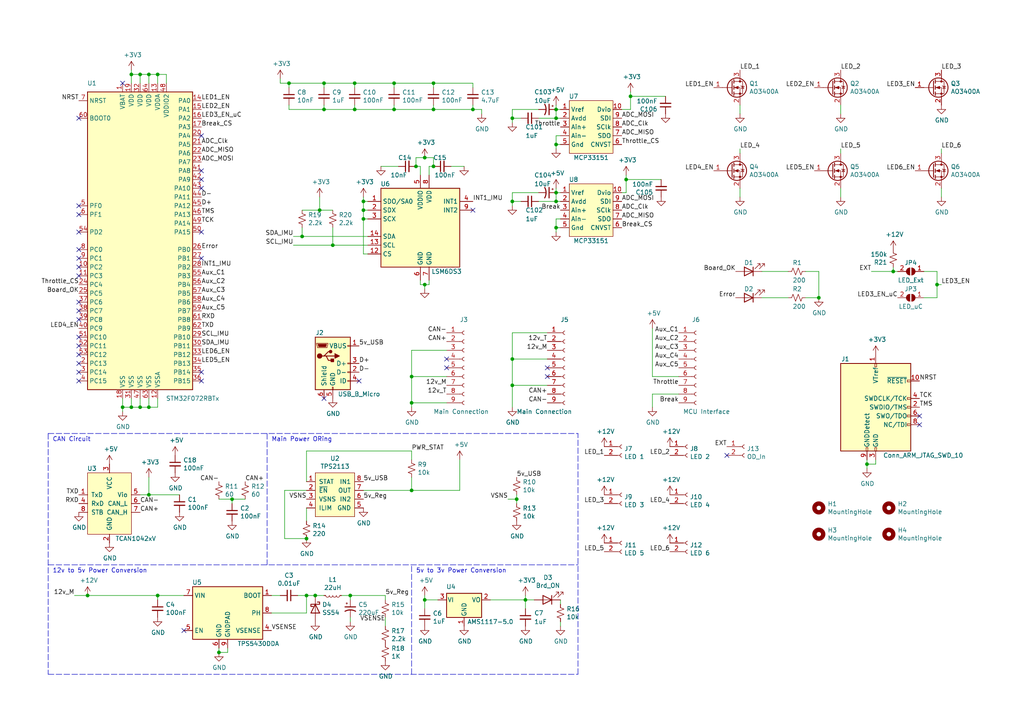
<source format=kicad_sch>
(kicad_sch (version 20211123) (generator eeschema)
  (paper "A4")
  (junction (at 148.59 34.29))
  (junction (at 45.72 21.59))
  (junction (at 43.18 143.51))
  (junction (at 114.3 24.13))
  (junction (at 123.19 173.99))
  (junction (at 102.87 24.13))
  (junction (at 123.19 82.55))
  (junction (at 125.73 31.75))
  (junction (at 91.44 172.72))
  (junction (at 40.64 118.11))
  (junction (at 96.52 71.12))
  (junction (at 161.29 34.29))
  (junction (at 114.3 31.75))
  (junction (at 161.29 41.91))
  (junction (at 182.88 27.94))
  (junction (at 25.4 172.72))
  (junction (at 38.1 118.11))
  (junction (at 45.72 172.72))
  (junction (at 123.19 45.72))
  (junction (at 92.71 60.96))
  (junction (at 83.82 24.13))
  (junction (at 88.9 172.72))
  (junction (at 63.5 189.23))
  (junction (at 88.9 156.21))
  (junction (at 137.16 31.75))
  (junction (at 125.73 24.13))
  (junction (at 93.98 31.75))
  (junction (at 259.08 78.74))
  (junction (at 148.59 104.14))
  (junction (at 120.65 48.26))
  (junction (at 35.56 118.11))
  (junction (at 271.78 82.55))
  (junction (at 43.18 118.11))
  (junction (at 43.18 21.59))
  (junction (at 101.6 172.72))
  (junction (at 67.31 144.78))
  (junction (at 38.1 21.59))
  (junction (at 125.73 48.26))
  (junction (at 148.59 58.42))
  (junction (at 152.4 173.99))
  (junction (at 105.41 60.96))
  (junction (at 161.29 66.04))
  (junction (at 119.38 109.22))
  (junction (at 148.59 111.76))
  (junction (at 119.38 116.84))
  (junction (at 161.29 55.88))
  (junction (at 93.98 24.13))
  (junction (at 237.49 86.36))
  (junction (at 87.63 68.58))
  (junction (at 105.41 63.5))
  (junction (at 161.29 31.75))
  (junction (at 105.41 58.42))
  (junction (at 161.29 58.42))
  (junction (at 181.61 52.07))
  (junction (at 251.46 134.62))
  (junction (at 149.86 144.78))
  (junction (at 102.87 31.75))
  (junction (at 119.38 142.24))
  (junction (at 40.64 21.59))
  (no_connect (at 22.86 87.63))
  (no_connect (at 22.86 105.41))
  (no_connect (at 22.86 97.79))
  (no_connect (at 104.14 110.49))
  (no_connect (at 58.42 74.93))
  (no_connect (at 22.86 34.29))
  (no_connect (at 35.56 24.13))
  (no_connect (at 58.42 52.07))
  (no_connect (at 158.75 109.22))
  (no_connect (at 129.54 104.14))
  (no_connect (at 22.86 110.49))
  (no_connect (at 266.7 120.65))
  (no_connect (at 58.42 67.31))
  (no_connect (at 22.86 77.47))
  (no_connect (at 22.86 90.17))
  (no_connect (at 58.42 110.49))
  (no_connect (at 93.98 115.57))
  (no_connect (at 129.54 106.68))
  (no_connect (at 158.75 106.68))
  (no_connect (at 58.42 49.53))
  (no_connect (at 22.86 100.33))
  (no_connect (at 22.86 92.71))
  (no_connect (at 22.86 67.31))
  (no_connect (at 22.86 72.39))
  (no_connect (at 53.34 182.88))
  (no_connect (at 266.7 123.19))
  (no_connect (at 22.86 62.23))
  (no_connect (at 58.42 107.95))
  (no_connect (at 22.86 59.69))
  (no_connect (at 58.42 39.37))
  (no_connect (at 22.86 102.87))
  (no_connect (at 22.86 107.95))
  (no_connect (at 22.86 80.01))
  (no_connect (at 22.86 74.93))
  (no_connect (at 137.16 60.96))
  (no_connect (at 58.42 54.61))
  (no_connect (at 210.82 132.08))
  (wire (pts (xy 106.68 73.66) (xy 105.41 73.66)))
  (wire (pts (xy 45.72 118.11) (xy 43.18 118.11)))
  (wire (pts (xy 161.29 55.88) (xy 161.29 58.42)))
  (wire (pts (xy 267.97 86.36) (xy 271.78 86.36)))
  (wire (pts (xy 152.4 173.99) (xy 152.4 176.53)))
  (wire (pts (xy 119.38 101.6) (xy 119.38 109.22)))
  (wire (pts (xy 228.6 86.36) (xy 220.98 86.36)))
  (wire (pts (xy 137.16 30.48) (xy 137.16 31.75)))
  (wire (pts (xy 96.52 71.12) (xy 106.68 71.12)))
  (wire (pts (xy 124.46 81.28) (xy 124.46 82.55)))
  (wire (pts (xy 82.55 156.21) (xy 88.9 156.21)))
  (wire (pts (xy 45.72 21.59) (xy 45.72 24.13)))
  (wire (pts (xy 161.29 54.61) (xy 161.29 55.88)))
  (wire (pts (xy 43.18 118.11) (xy 40.64 118.11)))
  (wire (pts (xy 114.3 31.75) (xy 102.87 31.75)))
  (wire (pts (xy 134.62 48.26) (xy 130.81 48.26)))
  (wire (pts (xy 273.05 44.45) (xy 273.05 43.18)))
  (wire (pts (xy 81.28 24.13) (xy 83.82 24.13)))
  (wire (pts (xy 78.74 172.72) (xy 81.28 172.72)))
  (wire (pts (xy 148.59 35.56) (xy 148.59 34.29)))
  (wire (pts (xy 88.9 130.81) (xy 119.38 130.81)))
  (wire (pts (xy 120.65 48.26) (xy 120.65 45.72)))
  (wire (pts (xy 83.82 24.13) (xy 93.98 24.13)))
  (wire (pts (xy 267.97 78.74) (xy 271.78 78.74)))
  (wire (pts (xy 43.18 115.57) (xy 43.18 118.11)))
  (wire (pts (xy 121.92 81.28) (xy 121.92 82.55)))
  (wire (pts (xy 259.08 77.47) (xy 259.08 78.74)))
  (wire (pts (xy 233.68 78.74) (xy 237.49 78.74)))
  (wire (pts (xy 181.61 50.8) (xy 181.61 52.07)))
  (wire (pts (xy 139.7 31.75) (xy 137.16 31.75)))
  (wire (pts (xy 21.59 172.72) (xy 25.4 172.72)))
  (wire (pts (xy 43.18 21.59) (xy 43.18 24.13)))
  (wire (pts (xy 119.38 109.22) (xy 119.38 116.84)))
  (wire (pts (xy 102.87 31.75) (xy 93.98 31.75)))
  (wire (pts (xy 111.76 173.99) (xy 111.76 172.72)))
  (wire (pts (xy 142.24 173.99) (xy 152.4 173.99)))
  (wire (pts (xy 88.9 172.72) (xy 86.36 172.72)))
  (wire (pts (xy 87.63 68.58) (xy 106.68 68.58)))
  (wire (pts (xy 106.68 60.96) (xy 105.41 60.96)))
  (wire (pts (xy 148.59 58.42) (xy 151.13 58.42)))
  (wire (pts (xy 121.92 48.26) (xy 120.65 48.26)))
  (wire (pts (xy 82.55 142.24) (xy 88.9 142.24)))
  (wire (pts (xy 125.73 30.48) (xy 125.73 31.75)))
  (wire (pts (xy 162.56 173.99) (xy 162.56 175.26)))
  (wire (pts (xy 63.5 144.78) (xy 67.31 144.78)))
  (wire (pts (xy 137.16 24.13) (xy 137.16 25.4)))
  (wire (pts (xy 220.98 78.74) (xy 228.6 78.74)))
  (wire (pts (xy 129.54 101.6) (xy 119.38 101.6)))
  (wire (pts (xy 233.68 86.36) (xy 237.49 86.36)))
  (wire (pts (xy 43.18 143.51) (xy 52.07 143.51)))
  (wire (pts (xy 180.34 31.75) (xy 182.88 31.75)))
  (wire (pts (xy 254 133.35) (xy 254 134.62)))
  (wire (pts (xy 40.64 143.51) (xy 43.18 143.51)))
  (wire (pts (xy 271.78 82.55) (xy 271.78 86.36)))
  (wire (pts (xy 87.63 66.04) (xy 87.63 68.58)))
  (wire (pts (xy 48.26 21.59) (xy 48.26 24.13)))
  (wire (pts (xy 137.16 31.75) (xy 125.73 31.75)))
  (wire (pts (xy 121.92 50.8) (xy 121.92 48.26)))
  (wire (pts (xy 119.38 138.43) (xy 119.38 142.24)))
  (wire (pts (xy 124.46 50.8) (xy 124.46 48.26)))
  (wire (pts (xy 161.29 31.75) (xy 161.29 34.29)))
  (wire (pts (xy 119.38 116.84) (xy 119.38 118.11)))
  (wire (pts (xy 67.31 144.78) (xy 67.31 146.05)))
  (wire (pts (xy 83.82 25.4) (xy 83.82 24.13)))
  (wire (pts (xy 85.09 71.12) (xy 96.52 71.12)))
  (wire (pts (xy 125.73 45.72) (xy 125.73 48.26)))
  (wire (pts (xy 148.59 104.14) (xy 148.59 111.76)))
  (wire (pts (xy 123.19 173.99) (xy 127 173.99)))
  (wire (pts (xy 125.73 24.13) (xy 137.16 24.13)))
  (wire (pts (xy 101.6 172.72) (xy 111.76 172.72)))
  (wire (pts (xy 66.04 189.23) (xy 63.5 189.23)))
  (polyline (pts (xy 13.97 163.83) (xy 167.64 163.83)))
  (polyline (pts (xy 13.97 195.58) (xy 167.64 195.58)))
  (wire (pts (xy 243.84 44.45) (xy 243.84 43.18)))
  (wire (pts (xy 105.41 57.15) (xy 105.41 58.42)))
  (wire (pts (xy 161.29 63.5) (xy 162.56 63.5)))
  (wire (pts (xy 148.59 59.69) (xy 148.59 58.42)))
  (wire (pts (xy 182.88 26.67) (xy 182.88 27.94)))
  (wire (pts (xy 181.61 52.07) (xy 181.61 55.88)))
  (wire (pts (xy 148.59 111.76) (xy 148.59 118.11)))
  (wire (pts (xy 38.1 24.13) (xy 38.1 21.59)))
  (wire (pts (xy 92.71 57.15) (xy 92.71 60.96)))
  (wire (pts (xy 158.75 96.52) (xy 148.59 96.52)))
  (wire (pts (xy 105.41 58.42) (xy 105.41 60.96)))
  (wire (pts (xy 38.1 118.11) (xy 35.56 118.11)))
  (wire (pts (xy 259.08 78.74) (xy 260.35 78.74)))
  (wire (pts (xy 43.18 21.59) (xy 45.72 21.59)))
  (wire (pts (xy 93.98 30.48) (xy 93.98 31.75)))
  (wire (pts (xy 119.38 116.84) (xy 129.54 116.84)))
  (wire (pts (xy 243.84 30.48) (xy 243.84 33.02)))
  (wire (pts (xy 43.18 138.43) (xy 43.18 143.51)))
  (wire (pts (xy 156.21 31.75) (xy 148.59 31.75)))
  (wire (pts (xy 82.55 142.24) (xy 82.55 156.21)))
  (wire (pts (xy 181.61 55.88) (xy 180.34 55.88)))
  (wire (pts (xy 149.86 144.78) (xy 147.32 144.78)))
  (wire (pts (xy 149.86 144.78) (xy 149.86 146.05)))
  (wire (pts (xy 66.04 187.96) (xy 66.04 189.23)))
  (wire (pts (xy 156.21 34.29) (xy 161.29 34.29)))
  (wire (pts (xy 161.29 66.04) (xy 161.29 63.5)))
  (wire (pts (xy 88.9 177.8) (xy 88.9 172.72)))
  (wire (pts (xy 25.4 172.72) (xy 45.72 172.72)))
  (wire (pts (xy 237.49 78.74) (xy 237.49 86.36)))
  (wire (pts (xy 93.98 25.4) (xy 93.98 24.13)))
  (wire (pts (xy 67.31 144.78) (xy 71.12 144.78)))
  (wire (pts (xy 45.72 172.72) (xy 45.72 173.99)))
  (wire (pts (xy 214.63 33.02) (xy 214.63 30.48)))
  (wire (pts (xy 63.5 189.23) (xy 63.5 187.96)))
  (wire (pts (xy 273.05 54.61) (xy 273.05 57.15)))
  (wire (pts (xy 148.59 34.29) (xy 151.13 34.29)))
  (wire (pts (xy 271.78 78.74) (xy 271.78 82.55)))
  (wire (pts (xy 85.09 68.58) (xy 87.63 68.58)))
  (wire (pts (xy 40.64 118.11) (xy 38.1 118.11)))
  (wire (pts (xy 45.72 21.59) (xy 48.26 21.59)))
  (wire (pts (xy 40.64 115.57) (xy 40.64 118.11)))
  (wire (pts (xy 254 134.62) (xy 251.46 134.62)))
  (wire (pts (xy 114.3 25.4) (xy 114.3 24.13)))
  (wire (pts (xy 189.23 118.11) (xy 189.23 114.3)))
  (wire (pts (xy 102.87 25.4) (xy 102.87 24.13)))
  (polyline (pts (xy 119.38 195.58) (xy 119.38 163.83)))
  (wire (pts (xy 123.19 45.72) (xy 125.73 45.72)))
  (wire (pts (xy 102.87 24.13) (xy 114.3 24.13)))
  (wire (pts (xy 101.6 173.99) (xy 101.6 172.72)))
  (wire (pts (xy 93.98 24.13) (xy 102.87 24.13)))
  (wire (pts (xy 161.29 66.04) (xy 162.56 66.04)))
  (polyline (pts (xy 13.97 125.73) (xy 167.64 125.73)))
  (wire (pts (xy 35.56 119.38) (xy 35.56 118.11)))
  (wire (pts (xy 123.19 172.72) (xy 123.19 173.99)))
  (wire (pts (xy 161.29 41.91) (xy 161.29 39.37)))
  (wire (pts (xy 124.46 82.55) (xy 123.19 82.55)))
  (wire (pts (xy 88.9 172.72) (xy 91.44 172.72)))
  (wire (pts (xy 40.64 21.59) (xy 43.18 21.59)))
  (wire (pts (xy 158.75 111.76) (xy 148.59 111.76)))
  (wire (pts (xy 105.41 63.5) (xy 105.41 73.66)))
  (wire (pts (xy 251.46 133.35) (xy 251.46 134.62)))
  (wire (pts (xy 110.49 48.26) (xy 115.57 48.26)))
  (wire (pts (xy 83.82 31.75) (xy 83.82 30.48)))
  (wire (pts (xy 78.74 177.8) (xy 88.9 177.8)))
  (wire (pts (xy 119.38 142.24) (xy 133.35 142.24)))
  (wire (pts (xy 53.34 172.72) (xy 45.72 172.72)))
  (wire (pts (xy 214.63 54.61) (xy 214.63 57.15)))
  (wire (pts (xy 92.71 60.96) (xy 96.52 60.96)))
  (wire (pts (xy 156.21 58.42) (xy 161.29 58.42)))
  (wire (pts (xy 93.98 31.75) (xy 83.82 31.75)))
  (wire (pts (xy 105.41 58.42) (xy 106.68 58.42)))
  (wire (pts (xy 124.46 48.26) (xy 125.73 48.26)))
  (wire (pts (xy 161.29 55.88) (xy 162.56 55.88)))
  (wire (pts (xy 40.64 21.59) (xy 40.64 24.13)))
  (wire (pts (xy 161.29 39.37) (xy 162.56 39.37)))
  (wire (pts (xy 182.88 27.94) (xy 182.88 31.75)))
  (wire (pts (xy 123.19 82.55) (xy 123.19 83.82)))
  (wire (pts (xy 148.59 96.52) (xy 148.59 104.14)))
  (wire (pts (xy 161.29 30.48) (xy 161.29 31.75)))
  (wire (pts (xy 154.94 173.99) (xy 152.4 173.99)))
  (polyline (pts (xy 167.64 195.58) (xy 167.64 125.73)))
  (wire (pts (xy 189.23 95.25) (xy 189.23 109.22)))
  (wire (pts (xy 102.87 30.48) (xy 102.87 31.75)))
  (wire (pts (xy 105.41 63.5) (xy 105.41 60.96)))
  (wire (pts (xy 106.68 63.5) (xy 105.41 63.5)))
  (wire (pts (xy 88.9 139.7) (xy 88.9 130.81)))
  (wire (pts (xy 181.61 52.07) (xy 191.77 52.07)))
  (wire (pts (xy 125.73 31.75) (xy 114.3 31.75)))
  (wire (pts (xy 119.38 130.81) (xy 119.38 133.35)))
  (wire (pts (xy 101.6 180.34) (xy 101.6 179.07)))
  (wire (pts (xy 149.86 143.51) (xy 149.86 144.78)))
  (wire (pts (xy 161.29 41.91) (xy 162.56 41.91)))
  (wire (pts (xy 105.41 142.24) (xy 119.38 142.24)))
  (wire (pts (xy 156.21 55.88) (xy 148.59 55.88)))
  (wire (pts (xy 182.88 27.94) (xy 193.04 27.94)))
  (wire (pts (xy 96.52 66.04) (xy 96.52 71.12)))
  (wire (pts (xy 189.23 109.22) (xy 196.85 109.22)))
  (wire (pts (xy 152.4 172.72) (xy 152.4 173.99)))
  (wire (pts (xy 35.56 118.11) (xy 35.56 115.57)))
  (wire (pts (xy 139.7 31.75) (xy 139.7 33.02)))
  (wire (pts (xy 38.1 21.59) (xy 40.64 21.59)))
  (polyline (pts (xy 77.47 125.73) (xy 77.47 163.83)))
  (wire (pts (xy 162.56 180.34) (xy 162.56 181.61)))
  (wire (pts (xy 243.84 54.61) (xy 243.84 57.15)))
  (wire (pts (xy 81.28 22.86) (xy 81.28 24.13)))
  (wire (pts (xy 161.29 43.18) (xy 161.29 41.91)))
  (wire (pts (xy 123.19 173.99) (xy 123.19 176.53)))
  (wire (pts (xy 161.29 67.31) (xy 161.29 66.04)))
  (wire (pts (xy 148.59 55.88) (xy 148.59 58.42)))
  (wire (pts (xy 114.3 24.13) (xy 125.73 24.13)))
  (wire (pts (xy 38.1 21.59) (xy 38.1 20.32)))
  (wire (pts (xy 125.73 25.4) (xy 125.73 24.13)))
  (wire (pts (xy 271.78 82.55) (xy 273.05 82.55)))
  (wire (pts (xy 189.23 114.3) (xy 196.85 114.3)))
  (wire (pts (xy 133.35 133.35) (xy 133.35 142.24)))
  (wire (pts (xy 38.1 115.57) (xy 38.1 118.11)))
  (wire (pts (xy 129.54 109.22) (xy 119.38 109.22)))
  (wire (pts (xy 121.92 82.55) (xy 123.19 82.55)))
  (wire (pts (xy 161.29 58.42) (xy 162.56 58.42)))
  (wire (pts (xy 252.73 78.74) (xy 259.08 78.74)))
  (wire (pts (xy 99.06 172.72) (xy 101.6 172.72)))
  (wire (pts (xy 161.29 34.29) (xy 162.56 34.29)))
  (wire (pts (xy 88.9 151.13) (xy 88.9 147.32)))
  (wire (pts (xy 87.63 60.96) (xy 92.71 60.96)))
  (polyline (pts (xy 13.97 125.73) (xy 13.97 195.58)))
  (wire (pts (xy 161.29 31.75) (xy 162.56 31.75)))
  (wire (pts (xy 45.72 115.57) (xy 45.72 118.11)))
  (wire (pts (xy 158.75 104.14) (xy 148.59 104.14)))
  (wire (pts (xy 111.76 179.07) (xy 111.76 181.61)))
  (wire (pts (xy 214.63 44.45) (xy 214.63 43.18)))
  (wire (pts (xy 148.59 31.75) (xy 148.59 34.29)))
  (wire (pts (xy 91.44 172.72) (xy 93.98 172.72)))
  (wire (pts (xy 251.46 134.62) (xy 251.46 135.89)))
  (wire (pts (xy 120.65 45.72) (xy 123.19 45.72)))
  (wire (pts (xy 114.3 30.48) (xy 114.3 31.75)))
  (text "5v to 3v Power Conversion" (at 120.65 166.37 0) (effects (font (size 1.27 1.27)) (justify left bottom)))
  (text "12v to 5v Power Conversion" (at 15.24 166.37 0) (effects (font (size 1.27 1.27)) (justify left bottom)))
  (text "CAN Circuit" (at 15.24 128.27 0) (effects (font (size 1.27 1.27)) (justify left bottom)))
  (text "Main Power ORing" (at 78.74 128.27 0) (effects (font (size 1.27 1.27)) (justify left bottom)))
  (label "LED1_EN" (at 207.01 25.4 180))
  (label "ADC_MOSI" (at 180.34 34.29 0))
  (label "12v_M" (at 158.75 101.6 180))
  (label "5v_Reg" (at 105.41 144.78 0))
  (label "LED5_EN" (at 236.22 49.53 180))
  (label "RXD" (at 58.42 92.71 0))
  (label "Break_CS" (at 180.34 66.04 0))
  (label "LED3_EN" (at 265.43 25.4 180))
  (label "D-" (at 58.42 57.15 0))
  (label "RXD" (at 22.86 146.05 180))
  (label "LED2_EN" (at 236.22 25.4 180))
  (label "LED_4" (at 214.63 43.18 0))
  (label "LED_1" (at 175.26 132.08 180))
  (label "LED_5" (at 243.84 43.18 0))
  (label "Error" (at 58.42 72.39 0))
  (label "Aux_C5" (at 58.42 90.17 0))
  (label "Board_OK" (at 213.36 78.74 180))
  (label "LED6_EN" (at 265.43 49.53 180))
  (label "SCL_IMU" (at 85.09 71.12 180))
  (label "ADC_Clk" (at 180.34 60.96 0))
  (label "CAN-" (at 129.54 96.52 180))
  (label "5v_USB" (at 105.41 139.7 0))
  (label "5v_USB" (at 104.14 100.33 0))
  (label "ADC_MOSI" (at 58.42 46.99 0))
  (label "Error" (at 213.36 86.36 180))
  (label "Throttle" (at 196.85 111.76 180))
  (label "LED1_EN" (at 58.42 29.21 0))
  (label "SDA_IMU" (at 85.09 68.58 180))
  (label "D+" (at 104.14 105.41 0))
  (label "TCK" (at 266.7 115.57 0))
  (label "NRST" (at 22.86 29.21 180))
  (label "LED3_EN" (at 273.05 82.55 0))
  (label "CAN+" (at 40.64 148.59 0))
  (label "CAN-" (at 158.75 116.84 180))
  (label "D+" (at 58.42 59.69 0))
  (label "LED4_EN" (at 22.86 95.25 180))
  (label "Throttle_CS" (at 22.86 82.55 180))
  (label "ADC_MISO" (at 180.34 39.37 0))
  (label "Break" (at 196.85 116.84 180))
  (label "5v_Reg" (at 111.76 172.72 0))
  (label "5v_USB" (at 149.86 138.43 0))
  (label "Throttle" (at 162.56 36.83 180))
  (label "Break_CS" (at 58.42 36.83 0))
  (label "Board_OK" (at 22.86 85.09 180))
  (label "12v_T" (at 158.75 99.06 180))
  (label "Throttle_CS" (at 180.34 41.91 0))
  (label "LED2_EN" (at 58.42 31.75 0))
  (label "12v_M" (at 129.54 111.76 180))
  (label "TCK" (at 58.42 64.77 0))
  (label "NRST" (at 266.7 110.49 0))
  (label "LED6_EN" (at 58.42 102.87 0))
  (label "EXT" (at 252.73 78.74 180))
  (label "CAN-" (at 63.5 139.7 180))
  (label "VSNS" (at 88.9 144.78 180))
  (label "Aux_C3" (at 58.42 85.09 0))
  (label "CAN-" (at 40.64 146.05 0))
  (label "LED3_EN_uC" (at 260.35 86.36 180))
  (label "LED_2" (at 194.31 132.08 180))
  (label "12v_M" (at 21.59 172.72 180))
  (label "D-" (at 104.14 107.95 0))
  (label "ADC_MISO" (at 58.42 44.45 0))
  (label "INT1_IMU" (at 137.16 58.42 0))
  (label "ADC_Clk" (at 58.42 41.91 0))
  (label "Aux_C2" (at 196.85 99.06 180))
  (label "LED_4" (at 194.31 146.05 180))
  (label "TMS" (at 266.7 118.11 0))
  (label "Aux_C5" (at 196.85 106.68 180))
  (label "ADC_MISO" (at 180.34 63.5 0))
  (label "LED4_EN" (at 207.01 49.53 180))
  (label "SCL_IMU" (at 58.42 97.79 0))
  (label "Aux_C1" (at 58.42 80.01 0))
  (label "LED_3" (at 175.26 146.05 180))
  (label "LED5_EN" (at 58.42 105.41 0))
  (label "LED3_EN_uC" (at 58.42 34.29 0))
  (label "CAN+" (at 158.75 114.3 180))
  (label "LED_1" (at 214.63 20.32 0))
  (label "TXD" (at 58.42 95.25 0))
  (label "CAN+" (at 129.54 99.06 180))
  (label "EXT" (at 210.82 129.54 180))
  (label "ADC_MOSI" (at 180.34 58.42 0))
  (label "LED_6" (at 273.05 43.18 0))
  (label "VSENSE" (at 111.76 180.34 180))
  (label "SDA_IMU" (at 58.42 100.33 0))
  (label "Aux_C4" (at 58.42 87.63 0))
  (label "PWR_STAT" (at 119.38 130.81 0))
  (label "ADC_Clk" (at 180.34 36.83 0))
  (label "Aux_C2" (at 58.42 82.55 0))
  (label "Aux_C3" (at 196.85 101.6 180))
  (label "INT1_IMU" (at 58.42 77.47 0))
  (label "CAN+" (at 71.12 139.7 0))
  (label "12v_T" (at 129.54 114.3 180))
  (label "VSNS" (at 147.32 144.78 180))
  (label "LED_6" (at 194.31 160.02 180))
  (label "Aux_C1" (at 196.85 96.52 180))
  (label "Aux_C4" (at 196.85 104.14 180))
  (label "TXD" (at 22.86 143.51 180))
  (label "LED_3" (at 273.05 20.32 0))
  (label "VSENSE" (at 78.74 182.88 0))
  (label "LED_5" (at 175.26 160.02 180))
  (label "LED_2" (at 243.84 20.32 0))
  (label "Break" (at 162.56 60.96 180))
  (label "TMS" (at 58.42 62.23 0))
  (symbol (lib_id "MCU_ST_STM32F0:STM32F072RBTx") (at 40.64 69.85 0) (unit 1)
    (property "Reference" "U1" (at 26.67 24.13 0))
    (property "Value" "STM32F072RBTx" (at 55.88 115.57 0))
    (property "Footprint" "Package_QFP:LQFP-64_10x10mm_P0.5mm" (effects hide))
    (property "Datasheet" "http://www.st.com/st-web-ui/static/active/en/resource/technical/document/datasheet/DM00090510.pdf" (effects hide))
  )
  (symbol (lib_id "Device:LED") (at 217.17 78.74 180) (unit 1)
    (property "Reference" "D1" (at 217.17 76.2 0))
    (property "Value" "Board OK" (effects hide))
    (property "Footprint" "LED_SMD:LED_0805_2012Metric" (effects hide))
    (property "LCSC Part" "C2297" (effects hide))
  )
  (symbol (lib_id "Device:LED") (at 217.17 86.36 180) (unit 1)
    (property "Reference" "D2" (at 217.17 83.82 0))
    (property "Value" "Error" (effects hide))
    (property "Footprint" "LED_SMD:LED_0603_1608Metric" (effects hide))
    (property "LCSC Part" "C2286" (effects hide))
  )
  (symbol (lib_id "power:GND") (at 35.56 119.38 0) (unit 1)
    (property "Reference" "#PWR06" (effects hide))
    (property "Value" "GND" (at 35.687 123.7742 0))
  )
  (symbol (lib_id "power:+3.3V") (at 38.1 20.32 0) (unit 1)
    (property "Reference" "#PWR01" (effects hide))
    (property "Value" "+3.3V" (at 38.481 15.9258 0))
  )
  (symbol (lib_id "Connector:Conn_ARM_JTAG_SWD_10") (at 254 118.11 0) (unit 1)
    (property "Reference" "J1" (at 246.38 104.14 0) (effects (justify right)))
    (property "Value" "Conn_ARM_JTAG_SWD_10" (at 279.4 132.08 0) (effects (justify right)))
    (property "Footprint" "Connector_PinHeader_1.27mm:PinHeader_2x05_P1.27mm_Vertical_SMD" (effects hide))
    (property "Datasheet" "http://infocenter.arm.com/help/topic/com.arm.doc.ddi0314h/DDI0314H_coresight_components_trm.pdf" (effects hide))
  )
  (symbol (lib_id "power:+3.3V") (at 254 102.87 0) (unit 1)
    (property "Reference" "#PWR02" (effects hide))
    (property "Value" "+3.3V" (at 254.381 98.4758 0))
  )
  (symbol (lib_id "power:GND") (at 251.46 135.89 0) (unit 1)
    (property "Reference" "#PWR04" (effects hide))
    (property "Value" "GND" (at 251.587 140.2842 0))
  )
  (symbol (lib_id "power:GND") (at 22.86 148.59 0) (unit 1)
    (property "Reference" "#PWR018" (effects hide))
    (property "Value" "GND" (at 22.987 152.9842 0))
  )
  (symbol (lib_id "power:+3.3V") (at 43.18 138.43 0) (unit 1)
    (property "Reference" "#PWR014" (effects hide))
    (property "Value" "+3.3V" (at 43.561 134.0358 0))
  )
  (symbol (lib_id "Device:C_Small") (at 52.07 146.05 0) (unit 1)
    (property "Reference" "C1" (at 54.4068 144.8816 0) (effects (justify left)))
    (property "Value" "100nF" (at 54.4068 147.193 0) (effects (justify left)))
    (property "Footprint" "Capacitor_SMD:C_0402_1005Metric" (effects hide))
    (property "LCSC Part" "C307331" (effects hide))
  )
  (symbol (lib_id "power:GND") (at 52.07 148.59 0) (unit 1)
    (property "Reference" "#PWR019" (effects hide))
    (property "Value" "GND" (at 52.197 152.9842 0))
  )
  (symbol (lib_id "Device:C_Small") (at 67.31 148.59 0) (unit 1)
    (property "Reference" "C2" (at 69.6468 147.4216 0) (effects (justify left)))
    (property "Value" "100nF" (at 69.6468 149.733 0) (effects (justify left)))
    (property "Footprint" "Capacitor_SMD:C_0402_1005Metric" (effects hide))
    (property "LCSC Part" "C307331" (effects hide))
  )
  (symbol (lib_id "Device:R_Small_US") (at 71.12 142.24 0) (unit 1)
    (property "Reference" "R12" (at 72.8472 141.0716 0) (effects (justify left)))
    (property "Value" "60" (at 72.8472 143.383 0) (effects (justify left)))
    (property "Footprint" "Resistor_SMD:R_0603_1608Metric" (effects hide))
  )
  (symbol (lib_id "Device:R_Small_US") (at 63.5 142.24 0) (unit 1)
    (property "Reference" "R11" (at 65.2272 141.0716 0) (effects (justify left)))
    (property "Value" "60" (at 65.2272 143.383 0) (effects (justify left)))
    (property "Footprint" "Resistor_SMD:R_0603_1608Metric" (effects hide))
  )
  (symbol (lib_id "power:GND") (at 67.31 151.13 0) (unit 1)
    (property "Reference" "#PWR020" (effects hide))
    (property "Value" "GND" (at 67.437 155.5242 0))
  )
  (symbol (lib_id "power:GND") (at 31.75 157.48 0) (unit 1)
    (property "Reference" "#PWR025" (effects hide))
    (property "Value" "GND" (at 31.877 161.8742 0))
  )
  (symbol (lib_id "Regulator_Switching:TPS5430DDA") (at 66.04 177.8 0) (unit 1)
    (property "Reference" "U5" (at 57.15 168.91 0))
    (property "Value" "TPS5430DDA" (at 74.93 186.69 0))
    (property "Footprint" "Package_SO:TI_SO-PowerPAD-8_ThermalVias" (effects hide))
    (property "Datasheet" "http://www.ti.com/lit/ds/symlink/tps5430.pdf" (effects hide))
    (property "LCSC Part" "C9864" (effects hide))
  )
  (symbol (lib_id "Connector:Conn_01x09_Female") (at 134.62 106.68 0) (unit 1)
    (property "Reference" "J3" (at 133.35 92.71 0) (effects (justify left)))
    (property "Value" "Main Connection" (at 125.73 119.38 0) (effects (justify left)))
    (property "Footprint" "Connector_Molex:Molex_Micro-Fit_3.0_43650-0900_1x09_P3.00mm_Horizontal" (effects hide))
  )
  (symbol (lib_id "power:GND") (at 119.38 118.11 0) (unit 1)
    (property "Reference" "#PWR022" (effects hide))
    (property "Value" "GND" (at 119.507 122.5042 0))
  )
  (symbol (lib_id "Device:C_Small") (at 83.82 172.72 270) (unit 1)
    (property "Reference" "C3" (at 83.82 166.9034 90))
    (property "Value" "0.01uF" (at 83.82 169.2148 90))
    (property "Footprint" "Capacitor_SMD:C_0402_1005Metric" (effects hide))
    (property "LCSC Part" "C15195" (effects hide))
  )
  (symbol (lib_id "JohnLib:TPS2113") (at 95.25 137.16 0) (unit 1)
    (property "Reference" "U2" (at 97.155 132.969 0))
    (property "Value" "TPS2113" (at 97.155 135.2804 0))
    (property "Footprint" "Package_SO:TSSOP-8_4.4x3mm_P0.65mm" (effects hide))
    (property "Datasheet" "https://datasheet.lcsc.com/lcsc/1804162222_Texas-Instruments-TPS2113APWR_C130052.pdf" (effects hide))
  )
  (symbol (lib_id "Connector:USB_B_Micro") (at 96.52 105.41 0) (unit 1)
    (property "Reference" "J2" (at 92.71 96.52 0))
    (property "Value" "USB_B_Micro" (at 104.14 114.3 0))
    (property "Footprint" "Connector_USB:USB_Micro-B_Molex_47346-0001" (effects hide))
  )
  (symbol (lib_id "Diode:B340") (at 91.44 176.53 270) (unit 1)
    (property "Reference" "D4" (at 93.4466 175.3616 90) (effects (justify left)))
    (property "Value" "SS54" (at 93.4466 177.673 90) (effects (justify left)))
    (property "Footprint" "Diode_SMD:D_SMA" (effects hide))
    (property "Datasheet" "http://www.jameco.com/Jameco/Products/ProdDS/1538777.pdf" (effects hide))
    (property "LCSC Part" "C22452" (effects hide))
  )
  (symbol (lib_id "power:GND") (at 91.44 180.34 0) (unit 1)
    (property "Reference" "#PWR029" (effects hide))
    (property "Value" "GND" (at 91.567 184.7342 0))
  )
  (symbol (lib_id "power:GND") (at 105.41 147.32 0) (unit 1)
    (property "Reference" "#PWR015" (effects hide))
    (property "Value" "GND" (at 105.537 151.7142 0))
  )
  (symbol (lib_id "Device:L_Small") (at 96.52 172.72 270) (unit 1)
    (property "Reference" "L1" (at 96.52 168.1226 90))
    (property "Value" "22uH" (at 96.52 170.434 90))
    (property "Footprint" "JohnLib:L_Panasonic_YFP" (effects hide))
    (property "LCSC Part" "C38117" (effects hide))
  )
  (symbol (lib_id "power:+5V") (at 123.19 172.72 0) (unit 1)
    (property "Reference" "#PWR026" (effects hide))
    (property "Value" "+5V" (at 123.571 168.3258 0))
  )
  (symbol (lib_id "Device:C_Polarized_Small_US") (at 101.6 176.53 0) (unit 1)
    (property "Reference" "C5" (at 103.9114 175.3616 0) (effects (justify left)))
    (property "Value" "220uF" (at 103.9114 177.673 0) (effects (justify left)))
    (property "Footprint" "Capacitor_SMD:CP_Elec_8x5.4" (effects hide))
    (property "LCSC Part" "C3345" (effects hide))
  )
  (symbol (lib_id "power:GND") (at 96.52 115.57 0) (unit 1)
    (property "Reference" "#PWR05" (effects hide))
    (property "Value" "GND" (at 96.647 119.9642 0))
  )
  (symbol (lib_id "Device:R_Small_US") (at 88.9 153.67 0) (unit 1)
    (property "Reference" "R14" (at 90.6272 152.5016 0) (effects (justify left)))
    (property "Value" "220" (at 90.6272 154.813 0) (effects (justify left)))
    (property "Footprint" "Resistor_SMD:R_0603_1608Metric" (effects hide))
    (property "LCSC Part" "C22962" (effects hide))
  )
  (symbol (lib_id "power:GND") (at 101.6 180.34 0) (unit 1)
    (property "Reference" "#PWR030" (effects hide))
    (property "Value" "GND" (at 101.727 184.7342 0))
  )
  (symbol (lib_id "Device:R_Small_US") (at 111.76 176.53 0) (unit 1)
    (property "Reference" "R15" (at 113.4872 175.3616 0) (effects (justify left)))
    (property "Value" "10k" (at 113.4872 177.673 0) (effects (justify left)))
    (property "Footprint" "Resistor_SMD:R_0603_1608Metric" (effects hide))
    (property "LCSC Part" "C25804" (effects hide))
  )
  (symbol (lib_id "Device:R_Small_US") (at 111.76 184.15 0) (unit 1)
    (property "Reference" "R17" (at 113.4872 182.9816 0) (effects (justify left)))
    (property "Value" "2.2k" (at 113.4872 185.293 0) (effects (justify left)))
    (property "Footprint" "Resistor_SMD:R_0603_1608Metric" (effects hide))
    (property "LCSC Part" "C4190" (effects hide))
  )
  (symbol (lib_id "power:GND") (at 88.9 156.21 0) (unit 1)
    (property "Reference" "#PWR023" (effects hide))
    (property "Value" "GND" (at 89.027 160.6042 0))
  )
  (symbol (lib_id "power:GND") (at 63.5 189.23 0) (unit 1)
    (property "Reference" "#PWR036" (effects hide))
    (property "Value" "GND" (at 63.627 193.6242 0))
  )
  (symbol (lib_id "Device:R_Small_US") (at 119.38 135.89 0) (unit 1)
    (property "Reference" "R9" (at 121.1072 134.7216 0) (effects (justify left)))
    (property "Value" "10k" (at 121.1072 137.033 0) (effects (justify left)))
    (property "Footprint" "Resistor_SMD:R_0603_1608Metric" (effects hide))
    (property "LCSC Part" "C25804" (effects hide))
  )
  (symbol (lib_id "Device:C_Small") (at 45.72 176.53 0) (unit 1)
    (property "Reference" "C4" (at 48.0568 175.3616 0) (effects (justify left)))
    (property "Value" "100nF" (at 48.0568 177.673 0) (effects (justify left)))
    (property "Footprint" "Capacitor_SMD:C_0402_1005Metric" (effects hide))
    (property "LCSC Part" "C307331" (effects hide))
  )
  (symbol (lib_id "Device:R_Small_US") (at 149.86 140.97 0) (unit 1)
    (property "Reference" "R10" (at 151.5872 139.8016 0) (effects (justify left)))
    (property "Value" "10k" (at 151.5872 142.113 0) (effects (justify left)))
    (property "Footprint" "Resistor_SMD:R_0603_1608Metric" (effects hide))
    (property "LCSC Part" "C25804" (effects hide))
  )
  (symbol (lib_id "Device:R_Small_US") (at 149.86 148.59 0) (unit 1)
    (property "Reference" "R13" (at 151.5872 147.4216 0) (effects (justify left)))
    (property "Value" "10k" (at 151.5872 149.733 0) (effects (justify left)))
    (property "Footprint" "Resistor_SMD:R_0603_1608Metric" (effects hide))
    (property "LCSC Part" "C25804" (effects hide))
  )
  (symbol (lib_id "power:GND") (at 45.72 179.07 0) (unit 1)
    (property "Reference" "#PWR028" (effects hide))
    (property "Value" "GND" (at 45.847 183.4642 0))
  )
  (symbol (lib_id "power:GND") (at 149.86 151.13 0) (unit 1)
    (property "Reference" "#PWR021" (effects hide))
    (property "Value" "GND" (at 149.987 155.5242 0))
  )
  (symbol (lib_id "Regulator_Linear:AMS1117-5.0") (at 134.62 173.99 0) (unit 1)
    (property "Reference" "U4" (at 130.81 170.18 0))
    (property "Value" "AMS1117-5.0" (at 142.24 180.34 0))
    (property "Footprint" "Package_TO_SOT_SMD:SOT-223-3_TabPin2" (effects hide))
    (property "Datasheet" "http://www.advanced-monolithic.com/pdf/ds1117.pdf" (effects hide))
    (property "LCSC Part" "C6186" (effects hide))
  )
  (symbol (lib_id "Device:C_Small") (at 123.19 179.07 0) (unit 1)
    (property "Reference" "C6" (at 125.5268 177.9016 0) (effects (justify left)))
    (property "Value" "1uF" (at 125.5268 180.213 0) (effects (justify left)))
    (property "Footprint" "Capacitor_SMD:C_0402_1005Metric" (effects hide))
    (property "LCSC Part" "C52923" (effects hide))
  )
  (symbol (lib_id "Device:C_Small") (at 152.4 179.07 0) (unit 1)
    (property "Reference" "C7" (at 154.94 177.8 0) (effects (justify left)))
    (property "Value" "1uF" (at 154.94 180.34 0) (effects (justify left)))
    (property "Footprint" "Capacitor_SMD:C_0402_1005Metric" (effects hide))
    (property "LCSC Part" "C52923" (effects hide))
  )
  (symbol (lib_id "power:+5V") (at 133.35 133.35 0) (unit 1)
    (property "Reference" "#PWR010" (effects hide))
    (property "Value" "+5V" (at 133.731 128.9558 0))
  )
  (symbol (lib_id "Device:R_Small_US") (at 162.56 177.8 0) (unit 1)
    (property "Reference" "R16" (at 164.2872 176.6316 0) (effects (justify left)))
    (property "Value" "10k" (at 164.2872 178.943 0) (effects (justify left)))
    (property "Footprint" "Resistor_SMD:R_0603_1608Metric" (effects hide))
    (property "LCSC Part" "C25804" (effects hide))
  )
  (symbol (lib_id "power:GND") (at 123.19 181.61 0) (unit 1)
    (property "Reference" "#PWR031" (effects hide))
    (property "Value" "GND" (at 123.317 186.0042 0))
  )
  (symbol (lib_id "power:GND") (at 134.62 181.61 0) (unit 1)
    (property "Reference" "#PWR032" (effects hide))
    (property "Value" "GND" (at 134.747 186.0042 0))
  )
  (symbol (lib_id "power:GND") (at 152.4 181.61 0) (unit 1)
    (property "Reference" "#PWR033" (effects hide))
    (property "Value" "GND" (at 152.527 186.0042 0))
  )
  (symbol (lib_id "power:+3V3") (at 152.4 172.72 0) (unit 1)
    (property "Reference" "#PWR027" (effects hide))
    (property "Value" "+3V3" (at 152.781 168.3258 0))
  )
  (symbol (lib_id "JohnLib:TCAN1042xV") (at 25.4 156.21 0) (unit 1)
    (property "Reference" "U3" (at 26.67 135.89 0))
    (property "Value" "TCAN1042xV" (at 39.37 156.21 0))
    (property "Footprint" "JohnLib:SOIC-8" (effects hide))
  )
  (symbol (lib_id "Mechanical:MountingHole") (at 237.49 147.32 0) (unit 1)
    (property "Reference" "H1" (at 240.03 146.1516 0) (effects (justify left)))
    (property "Value" "MountingHole" (at 240.03 148.463 0) (effects (justify left)))
    (property "Footprint" "MountingHole:MountingHole_3.2mm_M3" (effects hide))
  )
  (symbol (lib_id "power:GND") (at 162.56 181.61 0) (unit 1)
    (property "Reference" "#PWR034" (effects hide))
    (property "Value" "GND" (at 162.687 186.0042 0))
  )
  (symbol (lib_id "Mechanical:MountingHole") (at 237.49 154.94 0) (unit 1)
    (property "Reference" "H3" (at 240.03 153.7716 0) (effects (justify left)))
    (property "Value" "MountingHole" (at 240.03 156.083 0) (effects (justify left)))
    (property "Footprint" "MountingHole:MountingHole_3.2mm_M3" (effects hide))
  )
  (symbol (lib_id "Device:LED") (at 158.75 173.99 180) (unit 1)
    (property "Reference" "D3" (at 158.9278 167.513 0))
    (property "Value" "Brd_ON" (at 158.9278 169.8244 0))
    (property "Footprint" "LED_SMD:LED_0805_2012Metric" (effects hide))
    (property "LCSC Part" "C2297" (effects hide))
  )
  (symbol (lib_id "Mechanical:MountingHole") (at 257.81 147.32 0) (unit 1)
    (property "Reference" "H2" (at 260.35 146.1516 0) (effects (justify left)))
    (property "Value" "MountingHole" (at 260.35 148.463 0) (effects (justify left)))
    (property "Footprint" "MountingHole:MountingHole_3.2mm_M3" (effects hide))
  )
  (symbol (lib_id "Mechanical:MountingHole") (at 257.81 154.94 0) (unit 1)
    (property "Reference" "H4" (at 260.35 153.7716 0) (effects (justify left)))
    (property "Value" "MountingHole" (at 260.35 156.083 0) (effects (justify left)))
    (property "Footprint" "MountingHole:MountingHole_3.2mm_M3" (effects hide))
  )
  (symbol (lib_id "Device:R_Small_US") (at 231.14 78.74 270) (unit 1)
    (property "Reference" "R1" (at 229.87 76.2 90) (effects (justify left)))
    (property "Value" "200" (at 229.87 81.28 90) (effects (justify left)))
    (property "Footprint" "Resistor_SMD:R_0603_1608Metric" (effects hide))
    (property "LCSC Part" "C8218" (effects hide))
  )
  (symbol (lib_id "Device:R_Small_US") (at 231.14 86.36 270) (unit 1)
    (property "Reference" "R2" (at 229.87 83.82 90) (effects (justify left)))
    (property "Value" "200" (at 229.87 88.9 90) (effects (justify left)))
    (property "Footprint" "Resistor_SMD:R_0603_1608Metric" (effects hide))
    (property "LCSC Part" "C8218" (effects hide))
  )
  (symbol (lib_id "power:GND") (at 237.49 86.36 0) (unit 1)
    (property "Reference" "#PWR03" (effects hide))
    (property "Value" "GND" (at 237.617 90.7542 0))
  )
  (symbol (lib_id "Connector:Conn_01x09_Female") (at 201.93 106.68 0) (unit 1)
    (property "Reference" "J6" (at 200.66 92.71 0) (effects (justify left)))
    (property "Value" "MCU Interface" (at 198.12 119.38 0) (effects (justify left)))
    (property "Footprint" "Connector_Molex:Molex_Micro-Fit_3.0_43650-0900_1x09_P3.00mm_Horizontal" (effects hide))
  )
  (symbol (lib_id "Connector:Conn_01x02_Female") (at 180.34 129.54 0) (unit 1)
    (property "Reference" "J7" (at 181.0512 130.1496 0) (effects (justify left)))
    (property "Value" "LED 1" (at 181.0512 132.461 0) (effects (justify left)))
    (property "Footprint" "Connector_Molex:Molex_Micro-Fit_3.0_43650-0200_1x02_P3.00mm_Horizontal" (effects hide))
  )
  (symbol (lib_id "Connector:Conn_01x02_Female") (at 199.39 129.54 0) (unit 1)
    (property "Reference" "J8" (at 200.1012 130.1496 0) (effects (justify left)))
    (property "Value" "LED 2" (at 200.1012 132.461 0) (effects (justify left)))
    (property "Footprint" "Connector_Molex:Molex_Micro-Fit_3.0_43650-0200_1x02_P3.00mm_Horizontal" (effects hide))
  )
  (symbol (lib_id "Connector:Conn_01x02_Female") (at 180.34 143.51 0) (unit 1)
    (property "Reference" "J9" (at 181.0512 144.1196 0) (effects (justify left)))
    (property "Value" "LED 3" (at 181.0512 146.431 0) (effects (justify left)))
    (property "Footprint" "Connector_Molex:Molex_Micro-Fit_3.0_43650-0200_1x02_P3.00mm_Horizontal" (effects hide))
  )
  (symbol (lib_id "Connector:Conn_01x02_Female") (at 199.39 143.51 0) (unit 1)
    (property "Reference" "J10" (at 200.1012 144.1196 0) (effects (justify left)))
    (property "Value" "LED 4" (at 200.1012 146.431 0) (effects (justify left)))
    (property "Footprint" "Connector_Molex:Molex_Micro-Fit_3.0_43650-0200_1x02_P3.00mm_Horizontal" (effects hide))
  )
  (symbol (lib_id "Connector:Conn_01x02_Female") (at 180.34 157.48 0) (unit 1)
    (property "Reference" "J11" (at 181.0512 158.0896 0) (effects (justify left)))
    (property "Value" "LED 5" (at 181.0512 160.401 0) (effects (justify left)))
    (property "Footprint" "Connector_Molex:Molex_Micro-Fit_3.0_43650-0200_1x02_P3.00mm_Horizontal" (effects hide))
  )
  (symbol (lib_id "Connector:Conn_01x02_Female") (at 199.39 157.48 0) (unit 1)
    (property "Reference" "J12" (at 200.1012 158.0896 0) (effects (justify left)))
    (property "Value" "LED 6" (at 200.1012 160.401 0) (effects (justify left)))
    (property "Footprint" "Connector_Molex:Molex_Micro-Fit_3.0_43650-0200_1x02_P3.00mm_Horizontal" (effects hide))
  )
  (symbol (lib_id "power:+12V") (at 25.4 172.72 0) (unit 1)
    (property "Reference" "#PWR0102" (effects hide))
    (property "Value" "+12V" (at 25.781 168.3258 0))
  )
  (symbol (lib_id "Connector:Conn_01x02_Female") (at 215.9 129.54 0) (unit 1)
    (property "Reference" "J13" (at 216.6112 130.1496 0) (effects (justify left)))
    (property "Value" "OD_In" (at 216.6112 132.461 0) (effects (justify left)))
    (property "Footprint" "Connector_Molex:Molex_Micro-Fit_3.0_43650-0200_1x02_P3.00mm_Horizontal" (effects hide))
  )
  (symbol (lib_id "Device:R_Small_US") (at 259.08 74.93 180) (unit 1)
    (property "Reference" "R21" (at 257.3528 76.0984 0) (effects (justify left)))
    (property "Value" "150k" (at 257.3528 73.787 0) (effects (justify left)))
    (property "Footprint" "Resistor_SMD:R_0603_1608Metric" (effects hide))
    (property "LCSC Part" "C22807" (effects hide))
  )
  (symbol (lib_id "Jumper:SolderJumper_2_Open") (at 264.16 86.36 180) (unit 1)
    (property "Reference" "JP3" (at 264.16 83.82 0))
    (property "Value" "LED_uC" (at 264.16 88.9 0))
    (property "Footprint" "Jumper:SolderJumper-2_P1.3mm_Open_RoundedPad1.0x1.5mm" (effects hide))
  )
  (symbol (lib_id "power:GND") (at 189.23 118.11 0) (unit 1)
    (property "Reference" "#PWR0103" (effects hide))
    (property "Value" "GND" (at 189.357 122.5042 0))
  )
  (symbol (lib_id "Jumper:SolderJumper_2_Open") (at 264.16 78.74 180) (unit 1)
    (property "Reference" "JP4" (at 264.16 76.2 0))
    (property "Value" "LED_Ext" (at 264.16 81.28 0))
    (property "Footprint" "Jumper:SolderJumper-2_P1.3mm_Open_RoundedPad1.0x1.5mm" (effects hide))
  )
  (symbol (lib_id "Connector:Conn_01x09_Female") (at 163.83 106.68 0) (unit 1)
    (property "Reference" "J5" (at 162.56 92.71 0) (effects (justify left)))
    (property "Value" "Main Connection" (at 149.86 119.38 0) (effects (justify left)))
    (property "Footprint" "Connector_Molex:Molex_Micro-Fit_3.0_43650-0900_1x09_P3.00mm_Horizontal" (effects hide))
  )
  (symbol (lib_id "power:GND") (at 148.59 118.11 0) (unit 1)
    (property "Reference" "#PWR09" (effects hide))
    (property "Value" "GND" (at 148.717 122.5042 0))
  )
  (symbol (lib_id "Device:R_Small_US") (at 111.76 189.23 0) (unit 1)
    (property "Reference" "R18" (at 113.4872 188.0616 0) (effects (justify left)))
    (property "Value" "1K" (at 113.4872 190.373 0) (effects (justify left)))
    (property "Footprint" "Resistor_SMD:R_0603_1608Metric" (effects hide))
    (property "LCSC Part" "C21190" (effects hide))
  )
  (symbol (lib_id "power:GND") (at 111.76 191.77 0) (unit 1)
    (property "Reference" "#PWR047" (effects hide))
    (property "Value" "GND" (at 111.887 196.1642 0))
  )
  (symbol (lib_id "Device:C_Small") (at 102.87 27.94 0) (unit 1)
    (property "Reference" "C10" (at 105.2068 26.7716 0) (effects (justify left)))
    (property "Value" "100nF" (at 105.2068 29.083 0) (effects (justify left)))
    (property "Footprint" "Capacitor_SMD:C_0402_1005Metric" (effects hide))
    (property "LCSC Part" "C307331" (effects hide))
  )
  (symbol (lib_id "Device:C_Small") (at 114.3 27.94 0) (unit 1)
    (property "Reference" "C11" (at 116.6368 26.7716 0) (effects (justify left)))
    (property "Value" "100nF" (at 116.6368 29.083 0) (effects (justify left)))
    (property "Footprint" "Capacitor_SMD:C_0402_1005Metric" (effects hide))
    (property "LCSC Part" "C307331" (effects hide))
  )
  (symbol (lib_id "Device:C_Small") (at 125.73 27.94 0) (unit 1)
    (property "Reference" "C12" (at 128.0668 26.7716 0) (effects (justify left)))
    (property "Value" "100nF" (at 128.0668 29.083 0) (effects (justify left)))
    (property "Footprint" "Capacitor_SMD:C_0402_1005Metric" (effects hide))
    (property "LCSC Part" "C307331" (effects hide))
  )
  (symbol (lib_id "Device:C_Small") (at 137.16 27.94 0) (unit 1)
    (property "Reference" "C13" (at 139.4968 26.7716 0) (effects (justify left)))
    (property "Value" "4.7uF" (at 139.4968 29.083 0) (effects (justify left)))
    (property "Footprint" "Capacitor_SMD:C_0402_1005Metric" (effects hide))
    (property "LCSC Part" "C23733" (effects hide))
  )
  (symbol (lib_id "Device:C_Small") (at 83.82 27.94 0) (unit 1)
    (property "Reference" "C8" (at 86.1568 26.7716 0) (effects (justify left)))
    (property "Value" "10nF" (at 86.1568 29.083 0) (effects (justify left)))
    (property "Footprint" "Capacitor_SMD:C_0402_1005Metric" (effects hide))
    (property "LCSC Part" "C15195" (effects hide))
  )
  (symbol (lib_id "Device:C_Small") (at 93.98 27.94 0) (unit 1)
    (property "Reference" "C9" (at 96.3168 26.7716 0) (effects (justify left)))
    (property "Value" "1uF" (at 96.3168 29.083 0) (effects (justify left)))
    (property "Footprint" "Capacitor_SMD:C_0402_1005Metric" (effects hide))
    (property "LCSC Part" "C52923" (effects hide))
  )
  (symbol (lib_id "power:+3.3V") (at 81.28 22.86 0) (unit 1)
    (property "Reference" "#PWR038" (effects hide))
    (property "Value" "+3.3V" (at 81.661 18.4658 0))
  )
  (symbol (lib_id "power:GND") (at 139.7 33.02 0) (unit 1)
    (property "Reference" "#PWR039" (effects hide))
    (property "Value" "GND" (at 139.827 37.4142 0))
  )
  (symbol (lib_id "Device:Q_NMOS_GSD") (at 212.09 25.4 0) (unit 1)
    (property "Reference" "Q1" (at 217.3224 24.2316 0) (effects (justify left)))
    (property "Value" "AO3400A" (at 217.3224 26.543 0) (effects (justify left)))
    (property "Footprint" "Package_TO_SOT_SMD:SOT-23" (effects hide))
    (property "LCSC Part" "C20917" (effects hide))
  )
  (symbol (lib_id "Device:Q_NMOS_GSD") (at 241.3 25.4 0) (unit 1)
    (property "Reference" "Q2" (at 246.5324 24.2316 0) (effects (justify left)))
    (property "Value" "AO3400A" (at 246.5324 26.543 0) (effects (justify left)))
    (property "Footprint" "Package_TO_SOT_SMD:SOT-23" (effects hide))
    (property "LCSC Part" "C20917" (effects hide))
  )
  (symbol (lib_id "Device:Q_NMOS_GSD") (at 270.51 25.4 0) (unit 1)
    (property "Reference" "Q3" (at 275.7424 24.2316 0) (effects (justify left)))
    (property "Value" "AO3400A" (at 275.7424 26.543 0) (effects (justify left)))
    (property "Footprint" "Package_TO_SOT_SMD:SOT-23" (effects hide))
    (property "LCSC Part" "C20917" (effects hide))
  )
  (symbol (lib_id "Device:Q_NMOS_GSD") (at 270.51 49.53 0) (unit 1)
    (property "Reference" "Q6" (at 275.7424 48.3616 0) (effects (justify left)))
    (property "Value" "AO3400A" (at 275.7424 50.673 0) (effects (justify left)))
    (property "Footprint" "Package_TO_SOT_SMD:SOT-23" (effects hide))
    (property "LCSC Part" "C20917" (effects hide))
  )
  (symbol (lib_id "Device:Q_NMOS_GSD") (at 241.3 49.53 0) (unit 1)
    (property "Reference" "Q5" (at 246.5324 48.3616 0) (effects (justify left)))
    (property "Value" "AO3400A" (at 246.5324 50.673 0) (effects (justify left)))
    (property "Footprint" "Package_TO_SOT_SMD:SOT-23" (effects hide))
    (property "LCSC Part" "C20917" (effects hide))
  )
  (symbol (lib_id "Device:Q_NMOS_GSD") (at 212.09 49.53 0) (unit 1)
    (property "Reference" "Q4" (at 217.3224 48.3616 0) (effects (justify left)))
    (property "Value" "AO3400A" (at 217.3224 50.673 0) (effects (justify left)))
    (property "Footprint" "Package_TO_SOT_SMD:SOT-23" (effects hide))
    (property "LCSC Part" "C20917" (effects hide))
  )
  (symbol (lib_id "power:+5V") (at 31.75 134.62 0) (unit 1)
    (property "Reference" "#PWR0101" (effects hide))
    (property "Value" "+5V" (at 32.131 130.2258 0))
  )
  (symbol (lib_id "Device:C_Small") (at 50.8 134.62 0) (unit 1)
    (property "Reference" "C18" (at 53.1368 133.4516 0) (effects (justify left)))
    (property "Value" "100nF" (at 53.1368 135.763 0) (effects (justify left)))
    (property "Footprint" "Capacitor_SMD:C_0402_1005Metric" (effects hide))
    (property "LCSC Part" "C307331" (effects hide))
  )
  (symbol (lib_id "power:GND") (at 50.8 137.16 0) (unit 1)
    (property "Reference" "#PWR037" (effects hide))
    (property "Value" "GND" (at 50.927 141.5542 0))
  )
  (symbol (lib_id "power:+5V") (at 50.8 132.08 0) (unit 1)
    (property "Reference" "#PWR013" (effects hide))
    (property "Value" "+5V" (at 51.181 127.6858 0))
  )
  (symbol (lib_id "power:+5V") (at 189.23 95.25 0) (unit 1)
    (property "Reference" "#PWR0104" (effects hide))
    (property "Value" "+5V" (at 189.611 90.8558 0))
  )
  (symbol (lib_id "power:+3.3V") (at 105.41 57.15 0) (unit 1)
    (property "Reference" "#PWR0129" (effects hide))
    (property "Value" "+3.3V" (at 105.791 52.7558 0))
  )
  (symbol (lib_id "Device:C_Small") (at 193.04 30.48 180) (unit 1)
    (property "Reference" "C106" (at 190.7032 31.6484 0) (effects (justify left)))
    (property "Value" "100nF" (at 190.7032 29.337 0) (effects (justify left)))
    (property "Footprint" "Capacitor_SMD:C_0402_1005Metric" (effects hide))
    (property "LCSC Part" "C307331" (effects hide))
  )
  (symbol (lib_id "power:+12V") (at 259.08 72.39 0) (unit 1)
    (property "Reference" "#PWR0121" (effects hide))
    (property "Value" "+12V" (at 259.461 67.9958 0))
  )
  (symbol (lib_id "power:GND") (at 273.05 30.48 0) (unit 1)
    (property "Reference" "#PWR0120" (effects hide))
    (property "Value" "GND" (at 273.177 34.8742 0))
  )
  (symbol (lib_id "Device:C_Polarized_Small_US") (at 158.75 55.88 270) (unit 1)
    (property "Reference" "C104" (at 154.94 50.8 90) (effects (justify left)))
    (property "Value" "10uF" (at 154.94 53.34 90) (effects (justify left)))
    (property "Footprint" "Capacitor_Tantalum_SMD:CP_EIA-3216-18_Kemet-A" (effects hide))
    (property "LCSC Part" "C7171" (effects hide))
  )
  (symbol (lib_id "power:+5V") (at 161.29 54.61 0) (unit 1)
    (property "Reference" "#PWR0107" (effects hide))
    (property "Value" "+5V" (at 161.671 50.2158 0))
  )
  (symbol (lib_id "JohnLib:MCP33151") (at 165.1 44.45 0) (unit 1)
    (property "Reference" "U7" (at 166.37 27.94 0))
    (property "Value" "MCP33151" (at 171.45 45.72 0))
    (property "Footprint" "Package_SO:MSOP-10_3x3mm_P0.5mm" (effects hide))
    (property "Datasheet" "https://www.mouser.com/datasheet/2/268/microchip_technology_mchp_s_a0008495274_1-1763425.pdf" (effects hide))
  )
  (symbol (lib_id "Device:R_Small_US") (at 87.63 63.5 0) (unit 1)
    (property "Reference" "R19" (at 89.3572 62.3316 0) (effects (justify left)))
    (property "Value" "2.2k" (at 89.3572 64.643 0) (effects (justify left)))
    (property "Footprint" "Resistor_SMD:R_0603_1608Metric" (effects hide))
    (property "LCSC Part" "C4190" (effects hide))
  )
  (symbol (lib_id "JohnLib:MCP33151") (at 165.1 68.58 0) (unit 1)
    (property "Reference" "U8" (at 166.37 52.07 0))
    (property "Value" "MCP33151" (at 171.45 69.85 0))
    (property "Footprint" "Package_SO:MSOP-10_3x3mm_P0.5mm" (effects hide))
    (property "Datasheet" "https://www.mouser.com/datasheet/2/268/microchip_technology_mchp_s_a0008495274_1-1763425.pdf" (effects hide))
  )
  (symbol (lib_id "power:+12V") (at 194.31 129.54 0) (unit 1)
    (property "Reference" "#PWR0117" (effects hide))
    (property "Value" "+12V" (at 194.691 125.1458 0))
  )
  (symbol (lib_id "power:GND") (at 161.29 67.31 0) (unit 1)
    (property "Reference" "#PWR0106" (effects hide))
    (property "Value" "GND" (effects hide))
  )
  (symbol (lib_id "power:+12V") (at 194.31 157.48 0) (unit 1)
    (property "Reference" "#PWR0115" (effects hide))
    (property "Value" "+12V" (at 194.691 153.0858 0))
  )
  (symbol (lib_id "power:GND") (at 110.49 48.26 0) (unit 1)
    (property "Reference" "#PWR0130" (effects hide))
    (property "Value" "GND" (effects hide))
  )
  (symbol (lib_id "power:+3.3V") (at 182.88 26.67 0) (unit 1)
    (property "Reference" "#PWR0125" (effects hide))
    (property "Value" "+3.3V" (at 183.261 22.2758 0))
  )
  (symbol (lib_id "power:GND") (at 243.84 33.02 0) (unit 1)
    (property "Reference" "#PWR0109" (effects hide))
    (property "Value" "GND" (at 243.967 37.4142 0))
  )
  (symbol (lib_id "power:GND") (at 214.63 33.02 0) (unit 1)
    (property "Reference" "#PWR0113" (effects hide))
    (property "Value" "GND" (at 214.757 37.4142 0))
  )
  (symbol (lib_id "Device:C_Small") (at 128.27 48.26 90) (unit 1)
    (property "Reference" "C15" (at 129.54 45.72 90) (effects (justify left)))
    (property "Value" "100nF" (at 132.08 50.8 90) (effects (justify left)))
    (property "Footprint" "Capacitor_SMD:C_0402_1005Metric" (effects hide))
    (property "LCSC Part" "C307331" (effects hide))
  )
  (symbol (lib_id "power:+3.3V") (at 92.71 57.15 0) (unit 1)
    (property "Reference" "#PWR0128" (effects hide))
    (property "Value" "+3.3V" (at 93.091 52.7558 0))
  )
  (symbol (lib_id "power:GND") (at 148.59 59.69 0) (unit 1)
    (property "Reference" "#PWR0123" (effects hide))
    (property "Value" "GND" (effects hide))
  )
  (symbol (lib_id "power:GND") (at 161.29 43.18 0) (unit 1)
    (property "Reference" "#PWR0105" (effects hide))
    (property "Value" "GND" (effects hide))
  )
  (symbol (lib_id "power:+3.3V") (at 123.19 45.72 0) (unit 1)
    (property "Reference" "#PWR0132" (effects hide))
    (property "Value" "+3.3V" (at 123.571 41.3258 0))
  )
  (symbol (lib_id "Device:C_Polarized_Small_US") (at 158.75 31.75 270) (unit 1)
    (property "Reference" "C103" (at 154.94 26.67 90) (effects (justify left)))
    (property "Value" "10uF" (at 154.94 29.21 90) (effects (justify left)))
    (property "Footprint" "Capacitor_Tantalum_SMD:CP_EIA-3216-18_Kemet-A" (effects hide))
    (property "LCSC Part" "C7171" (effects hide))
  )
  (symbol (lib_id "Device:C_Small") (at 153.67 34.29 270) (unit 1)
    (property "Reference" "C101" (at 152.4 36.83 90) (effects (justify left)))
    (property "Value" "1uF" (at 152.4 39.37 90) (effects (justify left)))
    (property "Footprint" "Capacitor_SMD:C_0402_1005Metric" (effects hide))
    (property "LCSC Part" "C52923" (effects hide))
  )
  (symbol (lib_id "Device:C_Small") (at 191.77 54.61 180) (unit 1)
    (property "Reference" "C105" (at 189.4332 55.7784 0) (effects (justify left)))
    (property "Value" "100nF" (at 189.4332 53.467 0) (effects (justify left)))
    (property "Footprint" "Capacitor_SMD:C_0402_1005Metric" (effects hide))
    (property "LCSC Part" "C307331" (effects hide))
  )
  (symbol (lib_id "power:GND") (at 193.04 33.02 0) (unit 1)
    (property "Reference" "#PWR0127" (effects hide))
    (property "Value" "GND" (effects hide))
  )
  (symbol (lib_id "power:GND") (at 191.77 57.15 0) (unit 1)
    (property "Reference" "#PWR0126" (effects hide))
    (property "Value" "GND" (effects hide))
  )
  (symbol (lib_id "power:GND") (at 214.63 57.15 0) (unit 1)
    (property "Reference" "#PWR0110" (effects hide))
    (property "Value" "GND" (at 214.757 61.5442 0))
  )
  (symbol (lib_id "power:+5V") (at 161.29 30.48 0) (unit 1)
    (property "Reference" "#PWR0124" (effects hide))
    (property "Value" "+5V" (at 161.671 26.0858 0))
  )
  (symbol (lib_id "power:GND") (at 273.05 57.15 0) (unit 1)
    (property "Reference" "#PWR0112" (effects hide))
    (property "Value" "GND" (at 273.177 61.5442 0))
  )
  (symbol (lib_id "Sensor_Motion:LSM6DS3") (at 121.92 66.04 0) (unit 1)
    (property "Reference" "U6" (at 111.76 53.34 0))
    (property "Value" "LSM6DS3" (at 129.54 78.74 0))
    (property "Footprint" "Package_LGA:LGA-14_3x2.5mm_P0.5mm_LayoutBorder3x4y" (effects hide))
    (property "Datasheet" "www.st.com/resource/en/datasheet/lsm6ds3.pdf" (effects hide))
    (property "LCSC Part" "C784817" (effects hide))
  )
  (symbol (lib_id "power:GND") (at 123.19 83.82 0) (unit 1)
    (property "Reference" "#PWR0131" (effects hide))
    (property "Value" "GND" (effects hide))
  )
  (symbol (lib_id "Device:C_Small") (at 153.67 58.42 270) (unit 1)
    (property "Reference" "C102" (at 152.4 60.96 90) (effects (justify left)))
    (property "Value" "1uF" (at 152.4 63.5 90) (effects (justify left)))
    (property "Footprint" "Capacitor_SMD:C_0402_1005Metric" (effects hide))
    (property "LCSC Part" "C52923" (effects hide))
  )
  (symbol (lib_id "power:GND") (at 243.84 57.15 0) (unit 1)
    (property "Reference" "#PWR0111" (effects hide))
    (property "Value" "GND" (at 243.967 61.5442 0))
  )
  (symbol (lib_id "Device:C_Small") (at 118.11 48.26 90) (unit 1)
    (property "Reference" "C14" (at 119.38 45.72 90) (effects (justify left)))
    (property "Value" "10nF" (at 118.11 50.8 90) (effects (justify left)))
    (property "Footprint" "Capacitor_SMD:C_0402_1005Metric" (effects hide))
    (property "LCSC Part" "C15195" (effects hide))
  )
  (symbol (lib_id "power:+12V") (at 175.26 129.54 0) (unit 1)
    (property "Reference" "#PWR0116" (effects hide))
    (property "Value" "+12V" (at 175.641 125.1458 0))
  )
  (symbol (lib_id "power:+12V") (at 194.31 143.51 0) (unit 1)
    (property "Reference" "#PWR0114" (effects hide))
    (property "Value" "+12V" (at 194.691 139.1158 0))
  )
  (symbol (lib_id "Device:R_Small_US") (at 96.52 63.5 0) (unit 1)
    (property "Reference" "R20" (at 98.2472 62.3316 0) (effects (justify left)))
    (property "Value" "2.2k" (at 98.2472 64.643 0) (effects (justify left)))
    (property "Footprint" "Resistor_SMD:R_0603_1608Metric" (effects hide))
    (property "LCSC Part" "C4190" (effects hide))
  )
  (symbol (lib_id "power:+12V") (at 175.26 143.51 0) (unit 1)
    (property "Reference" "#PWR0118" (effects hide))
    (property "Value" "+12V" (at 175.641 139.1158 0))
  )
  (symbol (lib_id "power:+12V") (at 175.26 157.48 0) (unit 1)
    (property "Reference" "#PWR0119" (effects hide))
    (property "Value" "+12V" (at 175.641 153.0858 0))
  )
  (symbol (lib_id "power:GND") (at 134.62 48.26 0) (unit 1)
    (property "Reference" "#PWR0133" (effects hide))
    (property "Value" "GND" (effects hide))
  )
  (symbol (lib_id "power:GND") (at 148.59 35.56 0) (unit 1)
    (property "Reference" "#PWR0108" (effects hide))
    (property "Value" "GND" (effects hide))
  )
  (symbol (lib_id "power:+3.3V") (at 181.61 50.8 0) (unit 1)
    (property "Reference" "#PWR0122" (effects hide))
    (property "Value" "+3.3V" (at 181.991 46.4058 0))
  )
)
</source>
